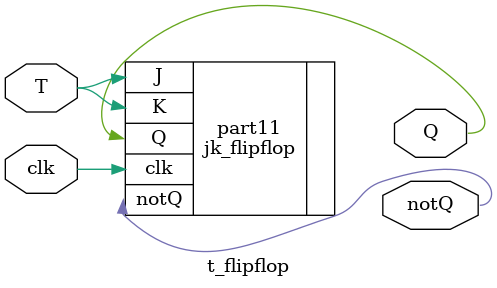
<source format=v>
module t_flipflop(
    input T, clk,
    output Q,
    output notQ
    );
    

    jk_flipflop part11(
    .clk(clk),
    .J(T),
    .K(T),
    .Q(Q),
    .notQ(notQ)
    );
    
endmodule

</source>
